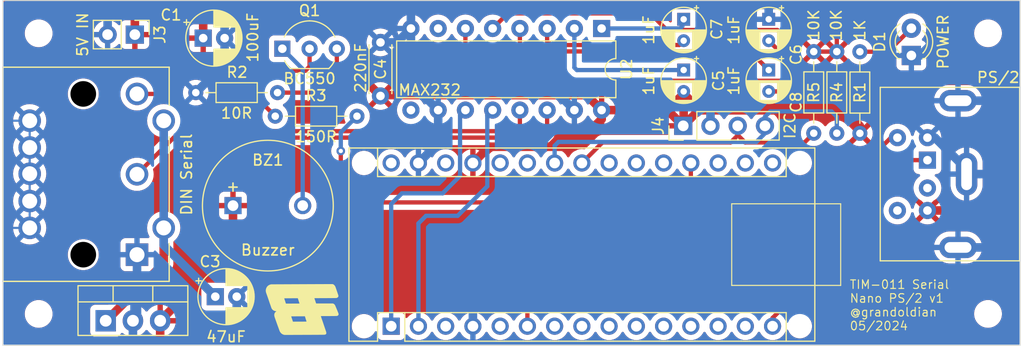
<source format=kicad_pcb>
(kicad_pcb (version 20240108) (generator "pcbnew") (generator_version "8.0")
  (layers (0 "F.Cu" signal) (31 "B.Cu" signal) (34 "B.Paste" user) (35 "F.Paste" user) (36 "B.SilkS" user "B.Silkscreen") (37 "F.SilkS" user "F.Silkscreen") (38 "B.Mask" user) (39 "F.Mask" user) (44 "Edge.Cuts" user))
  (net 0 "")
  (net 1 "+5V")
  (net 2 "GND")
  (net 3 "+12V")
  (net 4 "Net-(U2-VS+)")
  (net 5 "Net-(U2-VS-)")
  (net 6 "Net-(U2-C1+)")
  (net 7 "Net-(U2-C1-)")
  (net 8 "Net-(U2-C2+)")
  (net 9 "Net-(U2-C2-)")
  (net 10 "Net-(D1-A)")
  (net 11 "S_TX")
  (net 12 "S_RX")
  (net 13 "PS2-DATA")
  (net 15 "PS2-CLK")
  (net 17 "Net-(BZ1--)")
  (net 18 "N_SCL")
  (net 32 "N_SDA")
  (net 36 "Net-(Q1-E)")
  (net 37 "Net-(Q1-B)")
  (net 44 "SOUND")
  (net 45 "N_TX")
  (net 46 "N_RX")
  (footprint "Capacitor_THT:CP_Radial_D4.0mm_P2.00mm" (layer "F.Cu") (at 152.1 53.24 -90)
    (property "Reference" "C8" (at 3.01 -2.55 90) (layer "F.SilkS"))
    (property "Value" "1uF" (at 1 3.25 90) (layer "F.SilkS"))
    (pad "1" thru_hole rect (at 0 0 270) (size 1.2 1.2) (drill 0.6) (layers "*.Cu" "*.Mask") (net 8 "Net-(U2-C2+)"))
    (pad "2" thru_hole circle (at 2 0 270) (size 1.2 1.2) (drill 0.6) (layers "*.Cu" "*.Mask") (net 9 "Net-(U2-C2-)"))
  )
  (footprint "TIMPS2Key:BF8" (layer "F.Cu") (at 108.666898 75.66526)
    (property "Reference" "G1" (hide yes))
    (property "Value" "Board Folk Logo" (hide yes))
  )
  (footprint "TIMPS2Key:DINSerial" (layer "F.Cu") (at 88.19 62.9884 90)
    (property "Reference" "J1" (hide yes))
    (property "Value" "DIN Serial" (at -0.0016 9.63 90) (layer "F.SilkS"))
    (pad "" np_thru_hole circle (at -7.4916 0) (size 2.39 2.39) (drill 2.39) (layers "*.Mask"))
    (pad "" np_thru_hole circle (at 7.5184 0) (size 2.39 2.39) (drill 2.39) (layers "*.Mask"))
    (pad "1" thru_hole rect (at -7.4916 5.01) (size 2.1 2.1) (drill 1.4) (layers "*.Mask" "F.Cu" "In1.Cu" "B.Cu") (net 2 "GND"))
    (pad "2" thru_hole circle (at 0.0134 5.01) (size 2.1 2.1) (drill 1.4) (layers "*.Mask" "F.Cu" "In1.Cu" "B.Cu") (net 11 "S_TX"))
    (pad "3" thru_hole circle (at 7.5184 5.01) (size 2.1 2.1) (drill 1.4) (layers "*.Mask" "F.Cu" "In1.Cu" "B.Cu") (net 12 "S_RX"))
    (pad "4" thru_hole circle (at -4.9916 7.5) (size 2.1 2.1) (drill 1.4) (layers "*.Mask" "F.Cu" "In1.Cu" "B.Cu") (net 3 "+12V"))
    (pad "5" thru_hole circle (at 5.0184 7.5) (size 2.1 2.1) (drill 1.4) (layers "*.Mask" "F.Cu" "In1.Cu" "B.Cu") (net 3 "+12V"))
    (pad "G" thru_hole circle (at -4.9916 -4.9968) (size 2.1 2.1) (drill 1.4) (layers "*.Mask" "F.Cu" "In1.Cu" "B.Cu") (net 2 "GND"))
    (pad "G" thru_hole circle (at -2.4866 -4.9968) (size 2.1 2.1) (drill 1.4) (layers "*.Cu" "*.Mask") (net 2 "GND"))
    (pad "G" thru_hole circle (at 0.0642 -4.9968) (size 2.1 2.1) (drill 1.4) (layers "*.Mask" "F.Cu" "In1.Cu" "B.Cu") (net 2 "GND"))
    (pad "G" thru_hole circle (at 2.5134 -4.9968) (size 2.1 2.1) (drill 1.4) (layers "*.Cu" "*.Mask") (net 2 "GND"))
    (pad "G" thru_hole circle (at 5.0184 -4.9968) (size 2.1 2.1) (drill 1.4) (layers "*.Mask" "F.Cu" "In1.Cu" "B.Cu") (net 2 "GND"))
  )
  (footprint "Arduino:Connector_Mini-DIN_Female_6Pin_2rows" (layer "F.Cu") (at 166.9 61.655 90)
    (property "Reference" "J2" (hide yes))
    (property "Value" "PS/2" (at 7.725 6.6 180) (layer "F.SilkS"))
    (pad "1" thru_hole rect (at 0 0 90) (size 1.6 1.6) (drill 0.8) (layers "*.Cu" "*.Mask") (net 13 "PS2-DATA"))
    (pad "2" thru_hole circle (at -2.6 0 90) (size 1.6 1.6) (drill 0.8) (layers "*.Cu" "*.Mask"))
    (pad "3" thru_hole circle (at 2.1 0 90) (size 1.6 1.6) (drill 0.8) (layers "*.Cu" "*.Mask") (net 2 "GND"))
    (pad "4" thru_hole circle (at -4.7 0 90) (size 1.6 1.6) (drill 0.8) (layers "*.Cu" "*.Mask") (net 1 "+5V"))
    (pad "5" thru_hole circle (at 2.1 -2.8 90) (size 1.6 1.6) (drill 0.8) (layers "*.Cu" "*.Mask") (net 15 "PS2-CLK"))
    (pad "6" thru_hole circle (at -4.7 -2.8 90) (size 1.6 1.6) (drill 0.8) (layers "*.Cu" "*.Mask"))
    (pad "7" thru_hole oval (at -8.15 2.85 90) (size 2 3.5) (drill oval 1 2.5) (layers "*.Cu" "*.Mask") (net 2 "GND"))
    (pad "7" thru_hole oval (at -1.3 3.65 90) (size 4 2) (drill oval 3 1) (layers "*.Cu" "*.Mask") (net 2 "GND"))
    (pad "7" thru_hole oval (at 5.55 2.85 90) (size 2 3.5) (drill oval 1 2.5) (layers "*.Cu" "*.Mask") (net 2 "GND"))
  )
  (footprint "Resistor_THT:R_Axial_DIN0204_L3.6mm_D1.6mm_P7.62mm_Horizontal" (layer "F.Cu") (at 98.68 55.35)
    (property "Reference" "R2" (at 3.85 -1.9 0) (layer "F.SilkS"))
    (property "Value" "10R" (at 3.81 1.92 0) (layer "F.SilkS"))
    (pad "1" thru_hole circle (at 0 0) (size 1.4 1.4) (drill 0.7) (layers "*.Cu" "*.Mask") (net 2 "GND"))
    (pad "2" thru_hole oval (at 7.62 0) (size 1.4 1.4) (drill 0.7) (layers "*.Cu" "*.Mask") (net 36 "Net-(Q1-E)"))
  )
  (footprint "Resistor_THT:R_Axial_DIN0204_L3.6mm_D1.6mm_P7.62mm_Horizontal" (layer "F.Cu") (at 158.45 51.52 -90)
    (property "Reference" "R4" (at 3.81 0 90) (layer "F.SilkS"))
    (property "Value" "10K" (at -2.48 0.05 90) (layer "F.SilkS"))
    (pad "1" thru_hole circle (at 0 0 270) (size 1.4 1.4) (drill 0.7) (layers "*.Cu" "*.Mask") (net 1 "+5V"))
    (pad "2" thru_hole oval (at 7.62 0 270) (size 1.4 1.4) (drill 0.7) (layers "*.Cu" "*.Mask") (net 18 "N_SCL"))
  )
  (footprint "Capacitor_THT:CP_Radial_D4.0mm_P2.00mm" (layer "F.Cu") (at 144.17 48.5 -90)
    (property "Reference" "C7" (at 0.94 -3.09 90) (layer "F.SilkS"))
    (property "Value" "1uF" (at 1 3.25 90) (layer "F.SilkS"))
    (pad "1" thru_hole rect (at 0 0 270) (size 1.2 1.2) (drill 0.6) (layers "*.Cu" "*.Mask") (net 6 "Net-(U2-C1+)"))
    (pad "2" thru_hole circle (at 2 0 270) (size 1.2 1.2) (drill 0.6) (layers "*.Cu" "*.Mask") (net 7 "Net-(U2-C1-)"))
  )
  (footprint "Resistor_THT:R_Axial_DIN0204_L3.6mm_D1.6mm_P7.62mm_Horizontal" (layer "F.Cu") (at 156.3 51.52 -90)
    (property "Reference" "R5" (at 3.81 0 90) (layer "F.SilkS"))
    (property "Value" "10K" (at -2.48 0 90) (layer "F.SilkS"))
    (pad "1" thru_hole circle (at 0 0 270) (size 1.4 1.4) (drill 0.7) (layers "*.Cu" "*.Mask") (net 1 "+5V"))
    (pad "2" thru_hole oval (at 7.62 0 270) (size 1.4 1.4) (drill 0.7) (layers "*.Cu" "*.Mask") (net 32 "N_SDA"))
  )
  (footprint "Connector_PinHeader_2.54mm:PinHeader_1x04_P2.54mm_Vertical" (layer "F.Cu") (at 144.13 58.45 90)
    (property "Reference" "J4" (at 0 -2.33 -90) (layer "F.SilkS"))
    (property "Value" "I2C" (at 0 9.95 -90) (layer "F.SilkS"))
    (pad "1" thru_hole rect (at 0 0 90) (size 1.7 1.7) (drill 1) (layers "*.Cu" "*.Mask") (net 1 "+5V"))
    (pad "2" thru_hole oval (at 0 2.54 90) (size 1.7 1.7) (drill 1) (layers "*.Cu" "*.Mask") (net 2 "GND"))
    (pad "3" thru_hole oval (at 0 5.08 90) (size 1.7 1.7) (drill 1) (layers "*.Cu" "*.Mask") (net 32 "N_SDA"))
    (pad "4" thru_hole oval (at 0 7.62 90) (size 1.7 1.7) (drill 1) (layers "*.Cu" "*.Mask") (net 18 "N_SCL"))
  )
  (footprint "MountingHole:MountingHole_2.1mm" (layer "F.Cu") (at 172.55 49.81)
    (property "Reference" "H3" (hide yes))
    (property "Value" "MountingHole" (hide yes))
    (pad "" np_thru_hole circle (at 0 0) (size 2.1 2.1) (drill 2.1) (layers "*.Cu" "*.Mask"))
  )
  (footprint "LED_THT:LED_D3.0mm" (layer "F.Cu") (at 165.4 51.88 90)
    (property "Reference" "D1" (at 1.27 -2.96 90) (layer "F.SilkS"))
    (property "Value" "POWER" (at 1.27 2.96 90) (layer "F.SilkS"))
    (pad "1" thru_hole rect (at 0 0 90) (size 1.8 1.8) (drill 0.9) (layers "*.Cu" "*.Mask") (net 2 "GND"))
    (pad "2" thru_hole circle (at 2.54 0 90) (size 1.8 1.8) (drill 0.9) (layers "*.Cu" "*.Mask") (net 10 "Net-(D1-A)"))
  )
  (footprint "Capacitor_THT:C_Disc_D4.3mm_W1.9mm_P5.00mm" (layer "F.Cu") (at 115.9 50.66 -90)
    (property "Reference" "C4" (at 2.5 0 90) (layer "F.SilkS"))
    (property "Value" "220nF" (at 2.39 1.85 90) (layer "F.SilkS"))
    (pad "1" thru_hole circle (at 0 0 270) (size 1.6 1.6) (drill 0.8) (layers "*.Cu" "*.Mask") (net 2 "GND"))
    (pad "2" thru_hole circle (at 5 0 270) (size 1.6 1.6) (drill 0.8) (layers "*.Cu" "*.Mask") (net 1 "+5V"))
  )
  (footprint "Resistor_THT:R_Axial_DIN0204_L3.6mm_D1.6mm_P7.62mm_Horizontal" (layer "F.Cu") (at 106.09 57.55)
    (property "Reference" "R3" (at 3.81 -1.92 0) (layer "F.SilkS"))
    (property "Value" "150R" (at 3.81 1.92 0) (layer "F.SilkS"))
    (pad "1" thru_hole circle (at 0 0) (size 1.4 1.4) (drill 0.7) (layers "*.Cu" "*.Mask") (net 37 "Net-(Q1-B)"))
    (pad "2" thru_hole oval (at 7.62 0) (size 1.4 1.4) (drill 0.7) (layers "*.Cu" "*.Mask") (net 44 "SOUND"))
  )
  (footprint "Package_TO_SOT_THT:TO-92_Inline_Wide" (layer "F.Cu") (at 106.75 51.25)
    (property "Reference" "Q1" (at 2.54 -3.56 0) (layer "F.SilkS"))
    (property "Value" "BC550" (at 2.54 2.79 0) (layer "F.SilkS"))
    (pad "1" thru_hole rect (at 0 0) (size 1.5 1.5) (drill 0.8) (layers "*.Cu" "*.Mask") (net 17 "Net-(BZ1--)"))
    (pad "2" thru_hole circle (at 2.54 0) (size 1.5 1.5) (drill 0.8) (layers "*.Cu" "*.Mask") (net 37 "Net-(Q1-B)"))
    (pad "3" thru_hole circle (at 5.08 0) (size 1.5 1.5) (drill 0.8) (layers "*.Cu" "*.Mask") (net 36 "Net-(Q1-E)"))
  )
  (footprint "Connector_PinHeader_2.54mm:PinHeader_1x02_P2.54mm_Vertical" (layer "F.Cu") (at 93 49.93 -90)
    (property "Reference" "J3" (at 0 -2.33 90) (layer "F.SilkS"))
    (property "Value" "5V IN" (at 0 4.87 90) (layer "F.SilkS"))
    (pad "1" thru_hole rect (at 0 0 270) (size 1.7 1.7) (drill 1) (layers "*.Cu" "*.Mask") (net 1 "+5V"))
    (pad "2" thru_hole oval (at 0 2.54 270) (size 1.7 1.7) (drill 1) (layers "*.Cu" "*.Mask") (net 2 "GND"))
  )
  (footprint "Buzzer_Beeper:MagneticBuzzer_ProSignal_ABT-410-RC" (layer "F.Cu") (at 102.15 65.9)
    (property "Reference" "BZ1" (at 3.25 -4.25 0) (layer "F.SilkS"))
    (property "Value" "Buzzer" (at 3.25 4.15 0) (layer "F.SilkS"))
    (fp_text user "+" (at 0 -1.8 0) (layer "F.SilkS"))
    (pad "1" thru_hole rect (at 0 0) (size 1.6 1.6) (drill 1) (layers "*.Cu" "*.Mask") (net 1 "+5V"))
    (pad "2" thru_hole circle (at 6.5 0) (size 1.6 1.6) (drill 1) (layers "*.Cu" "*.Mask") (net 17 "Net-(BZ1--)"))
  )
  (footprint "MountingHole:MountingHole_2.1mm" (layer "F.Cu") (at 84.03 49.81)
    (property "Reference" "H2" (hide yes))
    (property "Value" "MountingHole" (hide yes))
    (pad "" np_thru_hole circle (at 0 0) (size 2.1 2.1) (drill 2.1) (layers "*.Cu" "*.Mask"))
  )
  (footprint "MountingHole:MountingHole_2.1mm" (layer "F.Cu") (at 172.55 76.01)
    (property "Reference" "H5" (hide yes))
    (property "Value" "MountingHole" (hide yes))
    (pad "" np_thru_hole circle (at 0 0) (size 2.1 2.1) (drill 2.1) (layers "*.Cu" "*.Mask"))
  )
  (footprint "MountingHole:MountingHole_2.1mm" (layer "F.Cu") (at 84.03 76.01)
    (property "Reference" "H4" (hide yes))
    (property "Value" "MountingHole" (hide yes))
    (pad "" np_thru_hole circle (at 0 0) (size 2.1 2.1) (drill 2.1) (layers "*.Cu" "*.Mask"))
  )
  (footprint "Arduino:Arduino_Nano_WithMountingHoles" (layer "F.Cu") (at 116.9 77.16 90)
    (property "Reference" "U1" (hide yes))
    (property "Value" "NANO Socket")
    (pad "" np_thru_hole circle (at 0 -2.54 90) (size 1.78 1.78) (drill 1.78) (layers "*.Cu" "*.Mask"))
    (pad "" np_thru_hole circle (at 0 38.1 90) (size 1.78 1.78) (drill 1.78) (layers "*.Cu" "*.Mask"))
    (pad "" np_thru_hole circle (at 15.24 -2.54 90) (size 1.78 1.78) (drill 1.78) (layers "*.Cu" "*.Mask"))
    (pad "" np_thru_hole circle (at 15.24 38.1 90) (size 1.78 1.78) (drill 1.78) (layers "*.Cu" "*.Mask"))
    (pad "1" thru_hole rect (at 0 0 90) (size 1.6 1.6) (drill 1) (layers "*.Cu" "*.Mask") (net 45 "N_TX"))
    (pad "2" thru_hole oval (at 0 2.54 90) (size 1.6 1.6) (drill 1) (layers "*.Cu" "*.Mask") (net 46 "N_RX"))
    (pad "3" thru_hole oval (at 0 5.08 90) (size 1.6 1.6) (drill 1) (layers "*.Cu" "*.Mask"))
    (pad "4" thru_hole oval (at 0 7.62 90) (size 1.6 1.6) (drill 1) (layers "*.Cu" "*.Mask") (net 2 "GND"))
    (pad "5" thru_hole oval (at 0 10.16 90) (size 1.6 1.6) (drill 1) (layers "*.Cu" "*.Mask"))
    (pad "6" thru_hole oval (at 0 12.7 90) (size 1.6 1.6) (drill 1) (layers "*.Cu" "*.Mask") (net 15 "PS2-CLK"))
    (pad "7" thru_hole oval (at 0 15.24 90) (size 1.6 1.6) (drill 1) (layers "*.Cu" "*.Mask"))
    (pad "8" thru_hole oval (at 0 17.78 90) (size 1.6 1.6) (drill 1) (layers "*.Cu" "*.Mask"))
    (pad "9" thru_hole oval (at 0 20.32 90) (size 1.6 1.6) (drill 1) (layers "*.Cu" "*.Mask"))
    (pad "10" thru_hole oval (at 0 22.86 90) (size 1.6 1.6) (drill 1) (layers "*.Cu" "*.Mask"))
    (pad "11" thru_hole oval (at 0 25.4 90) (size 1.6 1.6) (drill 1) (layers "*.Cu" "*.Mask"))
    (pad "12" thru_hole oval (at 0 27.94 90) (size 1.6 1.6) (drill 1) (layers "*.Cu" "*.Mask"))
    (pad "13" thru_hole oval (at 0 30.48 90) (size 1.6 1.6) (drill 1) (layers "*.Cu" "*.Mask"))
    (pad "14" thru_hole oval (at 0 33.02 90) (size 1.6 1.6) (drill 1) (layers "*.Cu" "*.Mask"))
    (pad "15" thru_hole oval (at 0 35.56 90) (size 1.6 1.6) (drill 1) (layers "*.Cu" "*.Mask") (net 13 "PS2-DATA"))
    (pad "16" thru_hole oval (at 15.24 35.56 90) (size 1.6 1.6) (drill 1) (layers "*.Cu" "*.Mask"))
    (pad "17" thru_hole oval (at 15.24 33.02 90) (size 1.6 1.6) (drill 1) (layers "*.Cu" "*.Mask"))
    (pad "18" thru_hole oval (at 15.24 30.48 90) (size 1.6 1.6) (drill 1) (layers "*.Cu" "*.Mask"))
    (pad "19" thru_hole oval (at 15.24 27.94 90) (size 1.6 1.6) (drill 1) (layers "*.Cu" "*.Mask") (net 44 "SOUND"))
    (pad "20" thru_hole oval (at 15.24 25.4 90) (size 1.6 1.6) (drill 1) (layers "*.Cu" "*.Mask"))
    (pad "21" thru_hole oval (at 15.24 22.86 90) (size 1.6 1.6) (drill 1) (layers "*.Cu" "*.Mask"))
    (pad "22" thru_hole oval (at 15.24 20.32 90) (size 1.6 1.6) (drill 1) (layers "*.Cu" "*.Mask"))
    (pad "23" thru_hole oval (at 15.24 17.78 90) (size 1.6 1.6) (drill 1) (layers "*.Cu" "*.Mask") (net 32 "N_SDA"))
    (pad "24" thru_hole oval (at 15.24 15.24 90) (size 1.6 1.6) (drill 1) (layers "*.Cu" "*.Mask") (net 18 "N_SCL"))
    (pad "25" thru_hole oval (at 15.24 12.7 90) (size 1.6 1.6) (drill 1) (layers "*.Cu" "*.Mask"))
    (pad "26" thru_hole oval (at 15.24 10.16 90) (size 1.6 1.6) (drill 1) (layers "*.Cu" "*.Mask"))
    (pad "27" thru_hole oval (at 15.24 7.62 90) (size 1.6 1.6) (drill 1) (layers "*.Cu" "*.Mask") (net 1 "+5V"))
    (pad "28" thru_hole oval (at 15.24 5.08 90) (size 1.6 1.6) (drill 1) (layers "*.Cu" "*.Mask"))
    (pad "29" thru_hole oval (at 15.24 2.54 90) (size 1.6 1.6) (drill 1) (layers "*.Cu" "*.Mask") (net 2 "GND"))
    (pad "30" thru_hole oval (at 15.24 0 90) (size 1.6 1.6) (drill 1) (layers "*.Cu" "*.Mask"))
  )
  (footprint "Capacitor_THT:CP_Radial_D5.0mm_P2.00mm" (layer "F.Cu") (at 99.37 50.26)
    (property "Reference" "C1" (at -3 -2.16 0) (layer "F.SilkS"))
    (property "Value" "100uF" (at 4.63 -0.06 90) (layer "F.SilkS"))
    (pad "1" thru_hole rect (at 0 0) (size 1.6 1.6) (drill 0.8) (layers "*.Cu" "*.Mask") (net 1 "+5V"))
    (pad "2" thru_hole circle (at 2 0) (size 1.6 1.6) (drill 0.8) (layers "*.Cu" "*.Mask") (net 2 "GND"))
  )
  (footprint "Package_TO_SOT_THT:TO-220-3_Vertical" (layer "F.Cu") (at 90.28 76.65)
    (property "Reference" "U3" (hide yes))
    (property "Value" "LM7805_TO220" (hide yes))
    (pad "1" thru_hole rect (at 0 0) (size 1.905 2) (drill 1.1) (layers "*.Cu" "*.Mask") (net 3 "+12V"))
    (pad "2" thru_hole oval (at 2.54 0) (size 1.905 2) (drill 1.1) (layers "*.Cu" "*.Mask") (net 2 "GND"))
    (pad "3" thru_hole oval (at 5.08 0) (size 1.905 2) (drill 1.1) (layers "*.Cu" "*.Mask") (net 1 "+5V"))
  )
  (footprint "Capacitor_THT:CP_Radial_D4.0mm_P2.00mm" (layer "F.Cu") (at 144.17 53.24 -90)
    (property "Reference" "C5" (at 1 -3.25 90) (layer "F.SilkS"))
    (property "Value" "1uF" (at 1 3.25 90) (layer "F.SilkS"))
    (pad "1" thru_hole rect (at 0 0 270) (size 1.2 1.2) (drill 0.6) (layers "*.Cu" "*.Mask") (net 4 "Net-(U2-VS+)"))
    (pad "2" thru_hole circle (at 2 0 270) (size 1.2 1.2) (drill 0.6) (layers "*.Cu" "*.Mask") (net 1 "+5V"))
  )
  (footprint "Capacitor_THT:CP_Radial_D5.0mm_P2.00mm" (layer "F.Cu") (at 100.5 74.4)
    (property "Reference" "C3" (at -0.49 -3.27 0) (layer "F.SilkS"))
    (property "Value" "47uF" (at 1 3.75 0) (layer "F.SilkS"))
    (pad "1" thru_hole rect (at 0 0) (size 1.6 1.6) (drill 0.8) (layers "*.Cu" "*.Mask") (net 3 "+12V"))
    (pad "2" thru_hole circle (at 2 0) (size 1.6 1.6) (drill 0.8) (layers "*.Cu" "*.Mask") (net 2 "GND"))
  )
  (footprint "Package_DIP:DIP-16_W7.62mm" (layer "F.Cu") (at 136.52 49.36 -90)
    (property "Reference" "U2" (at 3.81 -2.33 90) (layer "F.SilkS"))
    (property "Value" "MAX232" (at 5.74 16.03 180) (layer "F.SilkS"))
    (pad "1" thru_hole rect (at 0 0 270) (size 1.6 1.6) (drill 0.8) (layers "*.Cu" "*.Mask") (net 6 "Net-(U2-C1+)"))
    (pad "2" thru_hole oval (at 0 2.54 270) (size 1.6 1.6) (drill 0.8) (layers "*.Cu" "*.Mask") (net 4 "Net-(U2-VS+)"))
    (pad "3" thru_hole oval (at 0 5.08 270) (size 1.6 1.6) (drill 0.8) (layers "*.Cu" "*.Mask") (net 7 "Net-(U2-C1-)"))
    (pad "4" thru_hole oval (at 0 7.62 270) (size 1.6 1.6) (drill 0.8) (layers "*.Cu" "*.Mask") (net 8 "Net-(U2-C2+)"))
    (pad "5" thru_hole oval (at 0 10.16 270) (size 1.6 1.6) (drill 0.8) (layers "*.Cu" "*.Mask") (net 9 "Net-(U2-C2-)"))
    (pad "6" thru_hole oval (at 0 12.7 270) (size 1.6 1.6) (drill 0.8) (layers "*.Cu" "*.Mask") (net 5 "Net-(U2-VS-)"))
    (pad "7" thru_hole oval (at 0 15.24 270) (size 1.6 1.6) (drill 0.8) (layers "*.Cu" "*.Mask"))
    (pad "8" thru_hole oval (at 0 17.78 270) (size 1.6 1.6) (drill 0.8) (layers "*.Cu" "*.Mask") (net 2 "GND"))
    (pad "9" thru_hole oval (at 7.62 17.78 270) (size 1.6 1.6) (drill 0.8) (layers "*.Cu" "*.Mask"))
    (pad "10" thru_hole oval (at 7.62 15.24 270) (size 1.6 1.6) (drill 0.8) (layers "*.Cu" "*.Mask") (net 2 "GND"))
    (pad "11" thru_hole oval (at 7.62 12.7 270) (size 1.6 1.6) (drill 0.8) (layers "*.Cu" "*.Mask") (net 45 "N_TX"))
    (pad "12" thru_hole oval (at 7.62 10.16 270) (size 1.6 1.6) (drill 0.8) (layers "*.Cu" "*.Mask") (net 46 "N_RX"))
    (pad "13" thru_hole oval (at 7.62 7.62 270) (size 1.6 1.6) (drill 0.8) (layers "*.Cu" "*.Mask") (net 12 "S_RX"))
    (pad "14" thru_hole oval (at 7.62 5.08 270) (size 1.6 1.6) (drill 0.8) (layers "*.Cu" "*.Mask") (net 11 "S_TX"))
    (pad "15" thru_hole oval (at 7.62 2.54 270) (size 1.6 1.6) (drill 0.8) (layers "*.Cu" "*.Mask") (net 2 "GND"))
    (pad "16" thru_hole oval (at 7.62 0 270) (size 1.6 1.6) (drill 0.8) (layers "*.Cu" "*.Mask") (net 1 "+5V"))
  )
  (footprint "Capacitor_THT:CP_Radial_D4.0mm_P2.00mm" (layer "F.Cu") (at 152.1 48.5 -90)
    (property "Reference" "C6" (at 3.3 -2.55 90) (layer "F.SilkS"))
    (property "Value" "1uF" (at 1 3.25 90) (layer "F.SilkS"))
    (pad "1" thru_hole rect (at 0 0 270) (size 1.2 1.2) (drill 0.6) (layers "*.Cu" "*.Mask") (net 2 "GND"))
    (pad "2" thru_hole circle (at 2 0 270) (size 1.2 1.2) (drill 0.6) (layers "*.Cu" "*.Mask") (net 5 "Net-(U2-VS-)"))
  )
  (footprint "Resistor_THT:R_Axial_DIN0204_L3.6mm_D1.6mm_P7.62mm_Horizontal" (layer "F.Cu") (at 160.6 59.15 90)
    (property "Reference" "R1" (at 3.81 0 90) (layer "F.SilkS"))
    (property "Value" "1K" (at 9.633809 0 90) (layer "F.SilkS"))
    (pad "1" thru_hole circle (at 0 0 90) (size 1.4 1.4) (drill 0.7) (layers "*.Cu" "*.Mask") (net 1 "+5V"))
    (pad "2" thru_hole oval (at 7.62 0 90) (size 1.4 1.4) (drill 0.7) (layers "*.Cu" "*.Mask") (net 10 "Net-(D1-A)"))
  )
  (gr_rect (start 80.7 46.75) (end 175.54 78.93) (stroke (width 0.1)) (fill none) (layer "Edge.Cuts"))
  (gr_text "TIM-011 Serial\nNano PS/2 v1\n@grandoldian\n05/2024" (at 159.6 77.6 0) (layer "F.SilkS") (effects (font (size 0.8 0.8) (thickness 0.1)) (justify left bottom)))
  (segment (start 115.9 55.66) (end 113.75 53.51) (width 0.8) (layer "F.Cu") (net 1))
  (segment (start 158.45 47.25) (end 158.35 47.15) (width 0.4) (layer "F.Cu") (net 1))
  (segment (start 142.66 56.98) (end 144.13 58.45) (width 0.8) (layer "F.Cu") (net 1))
  (segment (start 175.14 65.71) (end 174.495 66.355) (width 0.8) (layer "F.Cu") (net 1))
  (segment (start 162.6 54.25) (end 175.14 54.25) (width 0.8) (layer "F.Cu") (net 1))
  (segment (start 145.58 57) (end 159.14 57) (width 0.8) (layer "F.Cu") (net 1))
  (segment (start 99.37 47.22) (end 99.3 47.15) (width 0.8) (layer "F.Cu") (net 1))
  (segment (start 115.98 55.58) (end 115.9 55.66) (width 0.8) (layer "F.Cu") (net 1))
  (segment (start 81.1 78.53) (end 81.1 47.15) (width 0.8) (layer "F.Cu") (net 1))
  (segment (start 136.52 56.98) (end 136.52 57.83) (width 0.8) (layer "F.Cu") (net 1))
  (segment (start 133.95 60.4) (end 126.04 60.4) (width 0.8) (layer "F.Cu") (net 1))
  (segment (start 93.1 47.15) (end 99.3 47.15) (width 0.8) (layer "F.Cu") (net 1))
  (segment (start 175.14 54.25) (end 175.14 65.71) (width 0.8) (layer "F.Cu") (net 1))
  (segment (start 113.75 47.15) (end 158.35 47.15) (width 0.8) (layer "F.Cu") (net 1))
  (segment (start 174.495 66.355) (end 166.9 66.355) (width 0.8) (layer "F.Cu") (net 1))
  (segment (start 175.14 47.15) (end 175.14 54.25) (width 0.8) (layer "F.Cu") (net 1))
  (segment (start 99.37 50.26) (end 99.37 47.22) (width 0.8) (layer "F.Cu") (net 1))
  (segment (start 102.15 69.86) (end 102.15 65.9) (width 0.8) (layer "F.Cu") (net 1))
  (segment (start 95.36 78.45) (end 95.28 78.53) (width 0.8) (layer "F.Cu") (net 1))
  (segment (start 136.52 56.98) (end 135.12 55.58) (width 0.8) (layer "F.Cu") (net 1))
  (segment (start 136.52 57.83) (end 133.95 60.4) (width 0.8) (layer "F.Cu") (net 1))
  (segment (start 126.04 60.4) (end 124.52 61.92) (width 0.8) (layer "F.Cu") (net 1))
  (segment (start 135.12 55.58) (end 115.98 55.58) (width 0.8) (layer "F.Cu") (net 1))
  (segment (start 95.28 78.53) (end 81.1 78.53) (width 0.8) (layer "F.Cu") (net 1))
  (segment (start 136.52 56.98) (end 142.66 56.98) (width 0.8) (layer "F.Cu") (net 1))
  (segment (start 81.1 47.15) (end 93.1 47.15) (width 0.8) (layer "F.Cu") (net 1))
  (segment (start 158.35 47.15) (end 175.14 47.15) (width 0.8) (layer "F.Cu") (net 1))
  (segment (start 158.45 51.52) (end 158.45 47.25) (width 0.4) (layer "F.Cu") (net 1))
  (segment (start 95.36 76.65) (end 95.36 78.45) (width 0.8) (layer "F.Cu") (net 1))
  (segment (start 93 49.93) (end 93 47.25) (width 0.8) (layer "F.Cu") (net 1))
  (segment (start 156.3 51.52) (end 158.45 51.52) (width 0.4) (layer "F.Cu") (net 1))
  (segment (start 159.14 57) (end 160.6 58.46) (width 0.8) (layer "F.Cu") (net 1))
  (segment (start 99.3 47.15) (end 113.75 47.15) (width 0.8) (layer "F.Cu") (net 1))
  (segment (start 95.36 76.65) (end 102.15 69.86) (width 0.8) (layer "F.Cu") (net 1))
  (segment (start 144.17 58.41) (end 144.13 58.45) (width 0.8) (layer "F.Cu") (net 1))
  (segment (start 144.17 55.24) (end 144.17 58.41) (width 0.8) (layer "F.Cu") (net 1))
  (segment (start 113.75 53.51) (end 113.75 47.15) (width 0.8) (layer "F.Cu") (net 1))
  (segment (start 93 47.25) (end 93.1 47.15) (width 0.8) (layer "F.Cu") (net 1))
  (segment (start 144.13 58.45) (end 145.58 57) (width 0.8) (layer "F.Cu") (net 1))
  (segment (start 175.135 69.805) (end 175.14 69.8) (width 0.8) (layer "B.Cu") (net 2))
  (segment (start 98.68 55.35) (end 101.37 52.66) (width 0.8) (layer "B.Cu") (net 2))
  (segment (start 101.37 47.18) (end 101.4 47.15) (width 0.8) (layer "B.Cu") (net 2))
  (segment (start 90.46 47.16) (end 90.45 47.15) (width 0.8) (layer "B.Cu") (net 2))
  (segment (start 81.12 57.97) (end 81.1 57.95) (width 0.2) (layer "B.Cu") (net 2))
  (segment (start 146.7 47.15) (end 118.8 47.15) (width 0.8) (layer "B.Cu") (net 2))
  (segment (start 167.85 50.25) (end 167.85 47.15) (width 0.8) (layer "B.Cu") (net 2))
  (segment (start 90.46 49.93) (end 90.46 47.16) (width 0.8) (layer "B.Cu") (net 2))
  (segment (start 146.67 58.45) (end 146.67 47.18) (width 0.8) (layer "B.Cu") (net 2))
  (segment (start 81.1 78.53) (end 93.8 78.53) (width 0.8) (layer "B.Cu") (net 2))
  (segment (start 175.14 63) (end 175.14 56.1) (width 0.8) (layer "B.Cu") (net 2))
  (segment (start 156.1 74.9) (end 159.73 78.53) (width 0.8) (layer "B.Cu") (net 2))
  (segment (start 169.75 56.105) (end 175.135 56.105) (width 0.8) (layer "B.Cu") (net 2))
  (segment (start 118.8 47.15) (end 101.4 47.15) (width 0.8) (layer "B.Cu") (net 2))
  (segment (start 175.14 56.1) (end 175.14 47.15) (width 0.8) (layer "B.Cu") (net 2))
  (segment (start 93.2 70.48) (end 93.2 76.27) (width 0.8) (layer "B.Cu") (net 2))
  (segment (start 118.74 49.36) (end 118.74 47.21) (width 0.8) (layer "B.Cu") (net 2))
  (segment (start 101.37 50.26) (end 101.37 47.18) (width 0.8) (layer "B.Cu") (net 2))
  (segment (start 159.73 78.53) (end 175.14 78.53) (width 0.8) (layer "B.Cu") (net 2))
  (segment (start 125.05 74.9) (end 156.1 74.9) (width 0.8) (layer "B.Cu") (net 2))
  (segment (start 121.28 60.08) (end 119.44 61.92) (width 0.8) (layer "B.Cu") (net 2))
  (segment (start 175.14 47.15) (end 167.85 47.15) (width 0.8) (layer "B.Cu") (net 2))
  (segment (start 101.37 52.66) (end 101.37 50.26) (width 0.8) (layer "B.Cu") (net 2))
  (segment (start 117.44 50.66) (end 118.74 49.36) (width 0.8) (layer "B.Cu") (net 2))
  (segment (start 166.9 59.555) (end 167.6 59.555) (width 0.8) (layer "B.Cu") (net 2))
  (segment (start 119.35 55.05) (end 132.05 55.05) (width 0.8) (layer "B.Cu") (net 2))
  (segment (start 175.14 78.53) (end 175.14 69.8) (width 0.8) (layer "B.Cu") (net 2))
  (segment (start 101.4 47.15) (end 90.45 47.15) (width 0.8) (layer "B.Cu") (net 2))
  (segment (start 124.52 77.16) (end 124.52 75.43) (width 0.8) (layer "B.Cu") (net 2))
  (segment (start 169.75 69.805) (end 175.135 69.805) (width 0.8) (layer "B.Cu") (net 2))
  (segment (start 175.095 62.955) (end 175.14 63) (width 0.8) (layer "B.Cu") (net 2))
  (segment (start 132.05 55.05) (end 133.98 56.98) (width 0.8) (layer "B.Cu") (net 2))
  (segment (start 83.1932 57.97) (end 83.1932 67.98) (width 0.2) (layer "B.Cu") (net 2))
  (segment (start 166.22 51.88) (end 167.85 50.25) (width 0.8) (layer "B.Cu") (net 2))
  (segment (start 92.82 78.17) (end 93.18 78.53) (width 0.8) (layer "B.Cu") (net 2))
  (segment (start 118.74 49.36) (end 118.74 54.44) (width 0.8) (layer "B.Cu") (net 2))
  (segment (start 170.55 62.505) (end 170.55 62.955) (width 0.8) (layer "B.Cu") (net 2))
  (segment (start 119.35 55.05) (end 121.28 56.98) (width 0.8) (layer "B.Cu") (net 2))
  (segment (start 93.2 76.27) (end 92.82 76.65) (width 0.8) (layer "B.Cu") (net 2))
  (segment (start 81.1 47.15) (end 81.1 57.95) (width 0.8) (layer "B.Cu") (net 2))
  (segment (start 146.67 47.18) (end 146.7 47.15) (width 0.8) (layer "B.Cu") (net 2))
  (segment (start 167.6 59.555) (end 170.55 62.505) (width 0.8) (layer "B.Cu") (net 2))
  (segment (start 167.85 47.15) (end 152.1 47.15) (width 0.8) (layer "B.Cu") (net 2))
  (segment (start 121.28 56.98) (end 121.28 60.08) (width 0.8) (layer "B.Cu") (net 2))
  (segment (start 165.4 51.88) (end 166.22 51.88) (width 0.8) (layer "B.Cu") (net 2))
  (segment (start 93.18 78.53) (end 102.5 78.53) (width 0.8) (layer "B.Cu") (net 2))
  (segment (start 90.45 47.15) (end 81.1 47.15) (width 0.8) (layer "B.Cu") (net 2))
  (segment (start 81.1 57.95) (end 81.1 67.95) (width 0.8) (layer "B.Cu") (net 2))
  (segment (start 175.135 56.105) (end 175.14 56.1) (width 0.8) (layer "B.Cu") (net 2))
  (segment (start 170.55 62.955) (end 175.095 62.955) (width 0.8) (layer "B.Cu") (net 2))
  (segment (start 83.1932 67.98) (end 81.13 67.98) (width 0.2) (layer "B.Cu") (net 2))
  (segment (start 175.14 69.8) (end 175.14 63) (width 0.8) (layer "B.Cu") (net 2))
  (segment (start 81.1 67.95) (end 81.1 78.53) (width 0.8) (layer "B.Cu") (net 2))
  (segment (start 92.82 76.65) (end 92.82 78.17) (width 0.8) (layer "B.Cu") (net 2))
  (segment (start 102.5 74.4) (end 102.5 78.53) (width 0.8) (layer "B.Cu") (net 2))
  (segment (start 152.1 48.5) (end 152.1 47.15) (width 0.8) (layer "B.Cu") (net 2))
  (segment (start 115.9 50.66) (end 117.44 50.66) (width 0.8) (layer "B.Cu") (net 2))
  (segment (start 152.1 47.15) (end 146.7 47.15) (width 0.8) (layer "B.Cu") (net 2))
  (segment (start 124.52 75.43) (end 125.05 74.9) (width 0.8) (layer "B.Cu") (net 2))
  (segment (start 81.13 67.98) (end 81.1 67.95) (width 0.2) (layer "B.Cu") (net 2))
  (segment (start 83.1932 57.97) (end 81.12 57.97) (width 0.2) (layer "B.Cu") (net 2))
  (segment (start 118.74 54.44) (end 119.35 55.05) (width 0.8) (layer "B.Cu") (net 2))
  (segment (start 118.74 47.21) (end 118.8 47.15) (width 0.8) (layer "B.Cu") (net 2))
  (segment (start 90.33 76.65) (end 90.28 76.65) (width 0.8) (layer "F.Cu") (net 3))
  (segment (start 95.69 67.98) (end 95.69 71.29) (width 0.8) (layer "F.Cu") (net 3))
  (segment (start 95.69 71.29) (end 90.33 76.65) (width 0.8) (layer "F.Cu") (net 3))
  (segment (start 95.69 67.98) (end 95.69 69.59) (width 0.8) (layer "B.Cu") (net 3))
  (segment (start 95.69 57.97) (end 95.69 67.98) (width 0.8) (layer "B.Cu") (net 3))
  (segment (start 95.69 69.59) (end 100.5 74.4) (width 0.8) (layer "B.Cu") (net 3))
  (segment (start 144.17 53.24) (end 134.21 53.24) (width 0.4) (layer "B.Cu") (net 4))
  (segment (start 133.98 53.01) (end 134.21 53.24) (width 0.4) (layer "B.Cu") (net 4))
  (segment (start 133.98 49.36) (end 133.98 53.01) (width 0.4) (layer "B.Cu") (net 4))
  (segment (start 153.7 53.85) (end 153.7 52.1) (width 0.4) (layer "F.Cu") (net 5))
  (segment (start 123.82 49.36) (end 123.82 53.17) (width 0.4) (layer "F.Cu") (net 5))
  (segment (start 124.89 54.24) (end 153.31 54.24) (width 0.4) (layer "F.Cu") (net 5))
  (segment (start 153.7 52.1) (end 152.1 50.5) (width 0.4) (layer "F.Cu") (net 5))
  (segment (start 153.31 54.24) (end 153.7 53.85) (width 0.4) (layer "F.Cu") (net 5))
  (segment (start 123.82 53.17) (end 124.89 54.24) (width 0.4) (layer "F.Cu") (net 5))
  (segment (start 144.05 49.15) (end 144.05 48.62) (width 0.4) (layer "B.Cu") (net 6))
  (segment (start 136.52 49.36) (end 143.84 49.36) (width 0.4) (layer "B.Cu") (net 6))
  (segment (start 144.05 48.62) (end 144.17 48.5) (width 0.4) (layer "B.Cu") (net 6))
  (segment (start 143.84 49.36) (end 144.05 49.15) (width 0.4) (layer "B.Cu") (net 6))
  (segment (start 131.44 50.54) (end 131.8 50.9) (width 0.4) (layer "F.Cu") (net 7))
  (segment (start 131.8 50.9) (end 143.77 50.9) (width 0.4) (layer "F.Cu") (net 7))
  (segment (start 143.77 50.9) (end 144.17 50.5) (width 0.4) (layer "F.Cu") (net 7))
  (segment (start 131.44 49.36) (end 131.44 50.54) (width 0.4) (layer "F.Cu") (net 7))
  (segment (start 152.1 53.24) (end 150.36 51.5) (width 0.4) (layer "F.Cu") (net 8))
  (segment (start 128.9 51.1) (end 128.9 49.36) (width 0.4) (layer "F.Cu") (net 8))
  (segment (start 150.36 51.5) (end 129.3 51.5) (width 0.4) (layer "F.Cu") (net 8))
  (segment (start 129.3 51.5) (end 128.9 51.1) (width 0.4) (layer "F.Cu") (net 8))
  (segment (start 154.3 50.9) (end 152.9 49.5) (width 0.4) (layer "F.Cu") (net 9))
  (segment (start 154.3 54.098528) (end 154.3 50.9) (width 0.4) (layer "F.Cu") (net 9))
  (segment (start 142.6 49.5) (end 141.05 47.95) (width 0.4) (layer "F.Cu") (net 9))
  (segment (start 153.158528 55.24) (end 154.3 54.098528) (width 0.4) (layer "F.Cu") (net 9))
  (segment (start 152.1 55.24) (end 153.158528 55.24) (width 0.4) (layer "F.Cu") (net 9))
  (segment (start 152.9 49.5) (end 142.6 49.5) (width 0.4) (layer "F.Cu") (net 9))
  (segment (start 127.77 47.95) (end 126.36 49.36) (width 0.4) (layer "F.Cu") (net 9))
  (segment (start 141.05 47.95) (end 127.77 47.95) (width 0.4) (layer "F.Cu") (net 9))
  (segment (start 160.6 51.53) (end 163.21 51.53) (width 0.4) (layer "F.Cu") (net 10))
  (segment (start 163.21 51.53) (end 165.4 49.34) (width 0.4) (layer "F.Cu") (net 10))
  (segment (start 131.44 59.16) (end 131.44 56.98) (width 0.4) (layer "F.Cu") (net 11))
  (segment (start 96.625 59.55) (end 131.05 59.55) (width 0.4) (layer "F.Cu") (net 11))
  (segment (start 93.2 62.975) (end 96.625 59.55) (width 0.4) (layer "F.Cu") (net 11))
  (segment (start 131.05 59.55) (end 131.44 59.16) (width 0.4) (layer "F.Cu") (net 11))
  (segment (start 96.32 55.47) (end 99.8 58.95) (width 0.4) (layer "F.Cu") (net 12))
  (segment (start 128.45 58.95) (end 128.9 58.5) (width 0.4) (layer "F.Cu") (net 12))
  (segment (start 128.9 58.5) (end 128.9 56.98) (width 0.4) (layer "F.Cu") (net 12))
  (segment (start 93.2 55.47) (end 96.32 55.47) (width 0.4) (layer "F.Cu") (net 12))
  (segment (start 99.8 58.95) (end 128.45 58.95) (width 0.4) (layer "F.Cu") (net 12))
  (segment (start 161.5 75.55) (end 162.55 74.5) (width 0.4) (layer "F.Cu") (net 13))
  (segment (start 153.3 75.55) (end 161.5 75.55) (width 0.4) (layer "F.Cu") (net 13))
  (segment (start 163.545 61.655) (end 166.9 61.655) (width 0.4) (layer "F.Cu") (net 13))
  (segment (start 152.46 76.39) (end 153.3 75.55) (width 0.4) (layer "F.Cu") (net 13))
  (segment (start 162.55 62.65) (end 163.545 61.655) (width 0.4) (layer "F.Cu") (net 13))
  (segment (start 152.46 77.16) (end 152.46 76.39) (width 0.4) (layer "F.Cu") (net 13))
  (segment (start 162.55 74.5) (end 162.55 62.65) (width 0.4) (layer "F.Cu") (net 13))
  (segment (start 160.5 74.7) (end 161.4 73.8) (width 0.4) (layer "F.Cu") (net 15))
  (segment (start 161.4 73.8) (end 161.4 61.65) (width 0.4) (layer "F.Cu") (net 15))
  (segment (start 130.4 74.7) (end 160.5 74.7) (width 0.4) (layer "F.Cu") (net 15))
  (segment (start 161.4 61.65) (end 163.495 59.555) (width 0.4) (layer "F.Cu") (net 15))
  (segment (start 129.6 77.16) (end 129.6 75.5) (width 0.4) (layer "F.Cu") (net 15))
  (segment (start 129.6 75.5) (end 130.4 74.7) (width 0.4) (layer "F.Cu") (net 15))
  (segment (start 163.495 59.555) (end 164.1 59.555) (width 0.4) (layer "F.Cu") (net 15))
  (segment (start 106.75 51.25) (end 108.65 53.15) (width 0.4) (layer "B.Cu") (net 17))
  (segment (start 108.65 53.15) (end 108.65 65.9) (width 0.4) (layer "B.Cu") (net 17))
  (segment (start 151.75 58.45) (end 151.75 59.15) (width 0.4) (layer "B.Cu") (net 18))
  (segment (start 132.14 60.31) (end 132.5 59.95) (width 0.4) (layer "B.Cu") (net 18))
  (segment (start 158.45 57.6) (end 158.45 59.14) (width 0.4) (layer "B.Cu") (net 18))
  (segment (start 152.25 57.1) (end 151.75 57.6) (width 0.4) (layer "B.Cu") (net 18))
  (segment (start 151.75 59.15) (end 150.95 59.95) (width 0.4) (layer "B.Cu") (net 18))
  (segment (start 151.75 57.6) (end 151.75 58.45) (width 0.4) (layer "B.Cu") (net 18))
  (segment (start 132.5 59.95) (end 150.95 59.95) (width 0.4) (layer "B.Cu") (net 18))
  (segment (start 157.95 57.1) (end 158.45 57.6) (width 0.4) (layer "B.Cu") (net 18))
  (segment (start 132.14 61.92) (end 132.14 60.31) (width 0.4) (layer "B.Cu") (net 18))
  (segment (start 152.25 57.1) (end 157.95 57.1) (width 0.4) (layer "B.Cu") (net 18))
  (segment (start 136.6 60) (end 148.55 60) (width 0.4) (layer "F.Cu") (net 32))
  (segment (start 148.55 60) (end 149.21 59.34) (width 0.4) (layer "F.Cu") (net 32))
  (segment (start 149.21 58.45) (end 149.21 59.31) (width 0.4) (layer "F.Cu") (net 32))
  (segment (start 134.68 61.92) (end 136.6 60) (width 0.4) (layer "F.Cu") (net 32))
  (segment (start 149.21 59.31) (end 149.9 60) (width 0.4) (layer "F.Cu") (net 32))
  (segment (start 149.21 59.34) (end 149.21 58.45) (width 0.4) (layer "F.Cu") (net 32))
  (segment (start 149.9 60) (end 155.44 60) (width 0.4) (layer "F.Cu") (net 32))
  (segment (start 155.44 60) (end 156.3 59.14) (width 0.4) (layer "F.Cu") (net 32))
  (segment (start 109.7 55.35) (end 111.83 53.22) (width 0.4) (layer "F.Cu") (net 36))
  (segment (start 106.3 55.35) (end 109.7 55.35) (width 0.4) (layer "F.Cu") (net 36))
  (segment (start 111.83 53.22) (end 111.83 51.25) (width 0.4) (layer "F.Cu") (net 36))
  (segment (start 104.8 56.26) (end 106.09 57.55) (width 0.4) (layer "F.Cu") (net 37))
  (segment (start 104.8 54) (end 104.8 56.26) (width 0.4) (layer "F.Cu") (net 37))
  (segment (start 109.29 52.91) (end 108.9 53.3) (width 0.4) (layer "F.Cu") (net 37))
  (segment (start 109.29 51.25) (end 109.29 52.91) (width 0.4) (layer "F.Cu") (net 37))
  (segment (start 105.5 53.3) (end 104.8 54) (width 0.4) (layer "F.Cu") (net 37))
  (segment (start 108.9 53.3) (end 105.5 53.3) (width 0.4) (layer "F.Cu") (net 37))
  (segment (start 144.84 64.51) (end 143.75 65.6) (width 0.4) (layer "F.Cu") (net 44))
  (segment (start 144.84 61.92) (end 144.84 64.51) (width 0.4) (layer "F.Cu") (net 44))
  (segment (start 113.05 65.6) (end 112.2 64.75) (width 0.4) (layer "F.Cu") (net 44))
  (segment (start 112.2 64.75) (end 112.2 60.8) (width 0.4) (layer "F.Cu") (net 44))
  (segment (start 143.75 65.6) (end 113.05 65.6) (width 0.4) (layer "F.Cu") (net 44))
  (via (at 112.2 60.8) (size 0.8) (drill 0.4) (layers "F.Cu" "B.Cu") (net 44))
  (segment (start 112.2 59.06) (end 113.71 57.55) (width 0.4) (layer "B.Cu") (net 44))
  (segment (start 112.2 60.8) (end 112.2 59.06) (width 0.4) (layer "B.Cu") (net 44))
  (segment (start 117.9 64.75) (end 121.7 64.75) (width 0.4) (layer "B.Cu") (net 45))
  (segment (start 123.32 63.13) (end 123.32 57.48) (width 0.4) (layer "B.Cu") (net 45))
  (segment (start 123.32 57.48) (end 123.82 56.98) (width 0.4) (layer "B.Cu") (net 45))
  (segment (start 121.7 64.75) (end 123.32 63.13) (width 0.4) (layer "B.Cu") (net 45))
  (segment (start 116.9 65.75) (end 117.9 64.75) (width 0.4) (layer "B.Cu") (net 45))
  (segment (start 116.9 77.16) (end 116.9 65.75) (width 0.4) (layer "B.Cu") (net 45))
  (segment (start 119.55 77.05) (end 119.44 77.16) (width 0.4) (layer "F.Cu") (net 46))
  (segment (start 126.36 56.98) (end 125.86 57.48) (width 0.4) (layer "B.Cu") (net 46))
  (segment (start 125.86 57.48) (end 125.86 64.09) (width 0.4) (layer "B.Cu") (net 46))
  (segment (start 125.86 64.09) (end 123.1 66.85) (width 0.4) (layer "B.Cu") (net 46))
  (segment (start 119.44 67.56) (end 119.44 77.16) (width 0.4) (layer "B.Cu") (net 46))
  (segment (start 123.1 66.85) (end 120.15 66.85) (width 0.4) (layer "B.Cu") (net 46))
  (segment (start 120.15 66.85) (end 119.44 67.56) (width 0.4) (layer "B.Cu") (net 46))
  (zone (net 1) (net_name "+5V") (layer "F.Cu") (connect_pads (clearance 0.5)) (min_thickness 0.25) (fill yes (thermal_gap 0.5) (thermal_bridge_width 0.5))
    (polygon (pts (xy 80.68 46.8) (xy 175.54 46.75) (xy 175.54 78.93) (xy 80.68 78.98)))
  )
  (zone (net 2) (net_name "GND") (layer "B.Cu") (connect_pads (clearance 0.5)) (min_thickness 0.25) (fill yes (thermal_gap 0.5) (thermal_bridge_width 0.5))
    (polygon (pts (xy 80.71 46.85) (xy 175.54 46.75) (xy 175.54 78.93) (xy 80.71 79.03)))
  )
)
</source>
